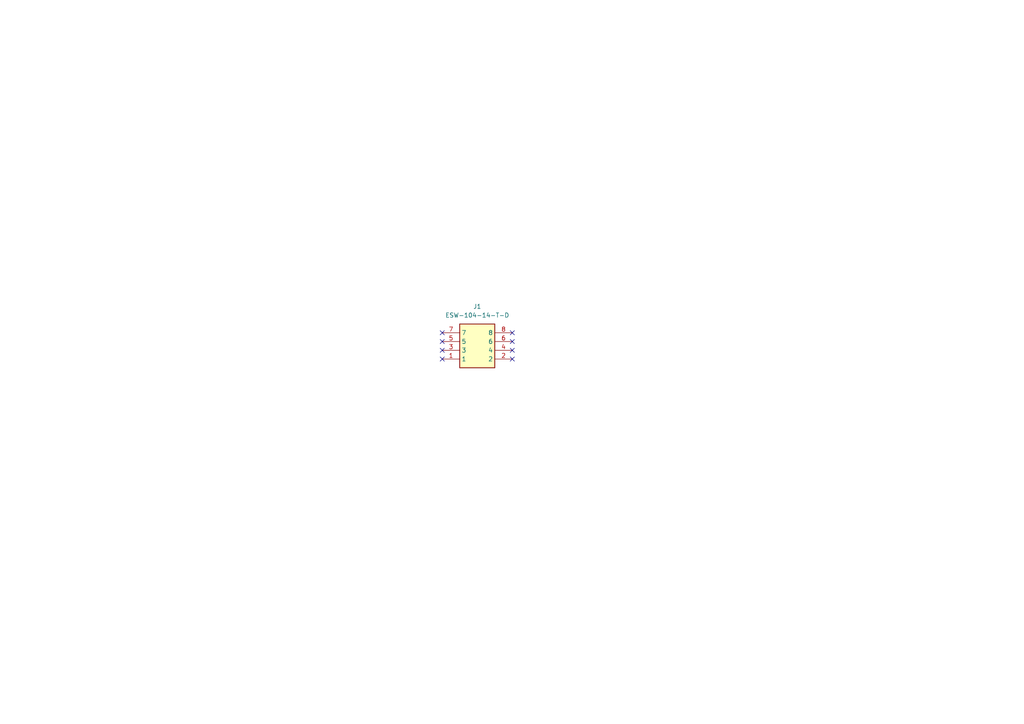
<source format=kicad_sch>
(kicad_sch (version 20230121) (generator eeschema)
  (paper "A4")
  (lib_symbols
    (symbol "SamacSys_Parts:ESW-104-14-T-D"
      (property "Reference" "J" (at 16.51 7.62 0))
      (property "Value" "ESW-104-14-T-D" (at 16.51 5.08 0))
      (symbol "ESW-104-14-T-D_1_1"
        (rectangle (start 5.08 2.54) (end 15.24 -10.16) (stroke (width 0.254)) (fill (type background)))
        (pin passive line (at 0 -7.62 0) (length 5.08) (name "1") (number "1"))
        (pin passive line (at 20.32 -7.62 180) (length 5.08) (name "2") (number "2"))
        (pin passive line (at 0 -5.08 0) (length 5.08) (name "3") (number "3"))
        (pin passive line (at 20.32 -5.08 180) (length 5.08) (name "4") (number "4"))
        (pin passive line (at 0 -2.54 0) (length 5.08) (name "5") (number "5"))
        (pin passive line (at 20.32 -2.54 180) (length 5.08) (name "6") (number "6"))
        (pin passive line (at 0 0 0) (length 5.08) (name "7") (number "7"))
        (pin passive line (at 20.32 0 180) (length 5.08) (name "8") (number "8"))
      )
    )
  )
  (no_connect (at 148.59 96.52))
  (no_connect (at 128.27 104.14))
  (no_connect (at 148.59 104.14))
  (no_connect (at 148.59 101.6))
  (no_connect (at 128.27 101.6))
  (no_connect (at 128.27 96.52))
  (no_connect (at 128.27 99.06))
  (no_connect (at 148.59 99.06))
  (symbol (lib_id "SamacSys_Parts:ESW-104-14-T-D") (at 128.27 96.52 0) (unit 1)
    (property "Reference" "J1" (at 138.43 88.9 0))
    (property "Value" "ESW-104-14-T-D" (at 138.43 91.44 0))
    (property "Footprint" "SamacSys_Parts:ESW-104-XX-Y-D (NO COPPER)" (effects hide))
    (property "Datasheet" "http://suddendocs.samtec.com/prints/esw-1xx-xx-x-x-xx-xx-mkt.pdf" (effects hide))
    (property "Mouser Part Number" "200-ESW10414TD" (effects hide))
    (property "Mouser Price/Stock" "https://www.mouser.co.uk/ProductDetail/Samtec/ESW-104-14-T-D?qs=Cqqh%252BS766wlW%252BcupZfWJeA%3D%3D" (effects hide))
    (property "Manufacturer_Name" "SAMTEC" (effects hide))
    (property "Manufacturer_Part_Number" "ESW-104-14-T-D" (effects hide))
  )
)
</source>
